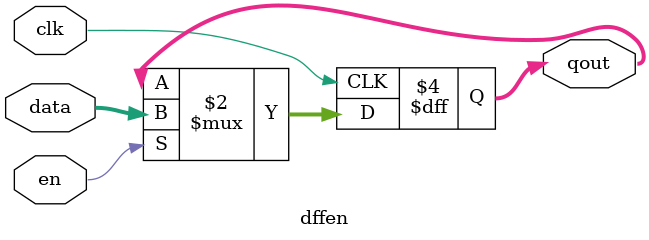
<source format=sv>

module dffen #(
    parameter DW = 32
) (
    input wire clk,
    input wire en,
    input wire [DW - 1 : 0]data,
    output logic [DW - 1 : 0] qout
);

    always_ff @( posedge clk) begin : dff_en
        if(en) begin
            qout <= data;
        end
    end

endmodule
</source>
